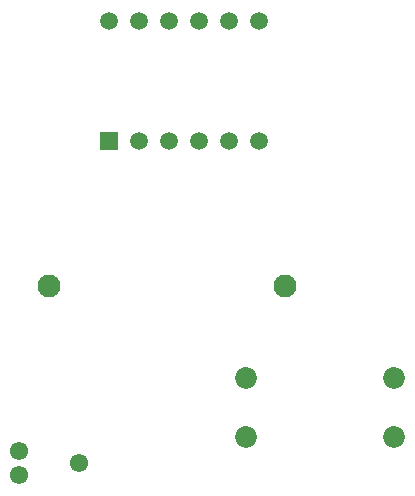
<source format=gbr>
%TF.GenerationSoftware,KiCad,Pcbnew,7.0.1*%
%TF.CreationDate,2023-04-20T20:08:02+02:00*%
%TF.ProjectId,RHT device,52485420-6465-4766-9963-652e6b696361,rev?*%
%TF.SameCoordinates,Original*%
%TF.FileFunction,Soldermask,Bot*%
%TF.FilePolarity,Negative*%
%FSLAX46Y46*%
G04 Gerber Fmt 4.6, Leading zero omitted, Abs format (unit mm)*
G04 Created by KiCad (PCBNEW 7.0.1) date 2023-04-20 20:08:02*
%MOMM*%
%LPD*%
G01*
G04 APERTURE LIST*
%ADD10C,1.850000*%
%ADD11R,1.500000X1.500000*%
%ADD12C,1.500000*%
%ADD13C,1.550000*%
%ADD14C,1.950000*%
G04 APERTURE END LIST*
D10*
%TO.C,S1*%
X138570000Y-67500000D03*
X126070000Y-67500000D03*
X138570000Y-62500000D03*
X126070000Y-62500000D03*
%TD*%
D11*
%TO.C,U1*%
X114430000Y-42390000D03*
D12*
X116970000Y-42390000D03*
X119510000Y-42390000D03*
X122050000Y-42390000D03*
X124590000Y-42390000D03*
X127130000Y-42390000D03*
X127130000Y-32230000D03*
X124590000Y-32230000D03*
X122050000Y-32230000D03*
X119510000Y-32230000D03*
X116970000Y-32230000D03*
X114430000Y-32230000D03*
%TD*%
D13*
%TO.C,J1*%
X111900000Y-69665000D03*
X106820000Y-70681000D03*
X106820000Y-68649000D03*
%TD*%
D14*
%TO.C,U2*%
X129370000Y-54700000D03*
X109370000Y-54700000D03*
%TD*%
M02*

</source>
